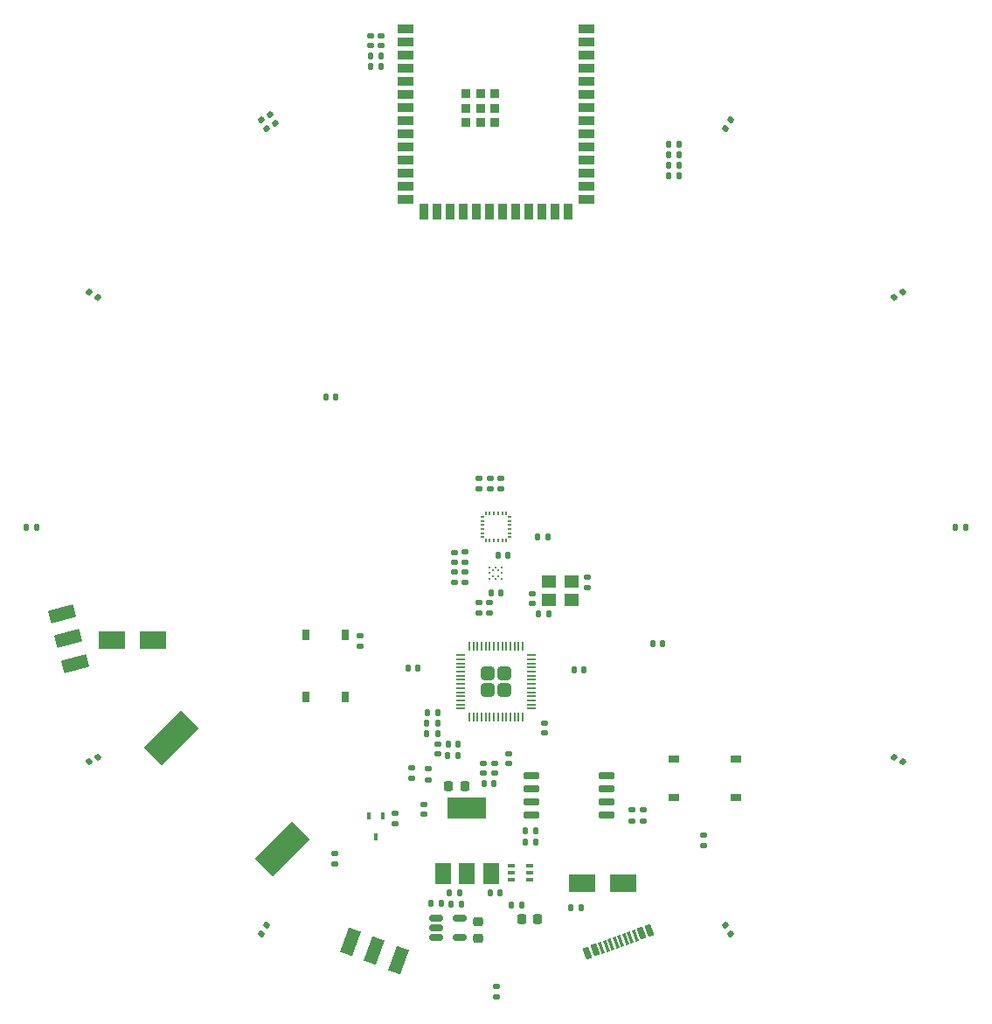
<source format=gbr>
%TF.GenerationSoftware,KiCad,Pcbnew,(6.0.8)*%
%TF.CreationDate,2022-10-27T23:25:15+02:00*%
%TF.ProjectId,Badge,42616467-652e-46b6-9963-61645f706362,rev?*%
%TF.SameCoordinates,Original*%
%TF.FileFunction,Paste,Top*%
%TF.FilePolarity,Positive*%
%FSLAX46Y46*%
G04 Gerber Fmt 4.6, Leading zero omitted, Abs format (unit mm)*
G04 Created by KiCad (PCBNEW (6.0.8)) date 2022-10-27 23:25:15*
%MOMM*%
%LPD*%
G01*
G04 APERTURE LIST*
G04 Aperture macros list*
%AMRoundRect*
0 Rectangle with rounded corners*
0 $1 Rounding radius*
0 $2 $3 $4 $5 $6 $7 $8 $9 X,Y pos of 4 corners*
0 Add a 4 corners polygon primitive as box body*
4,1,4,$2,$3,$4,$5,$6,$7,$8,$9,$2,$3,0*
0 Add four circle primitives for the rounded corners*
1,1,$1+$1,$2,$3*
1,1,$1+$1,$4,$5*
1,1,$1+$1,$6,$7*
1,1,$1+$1,$8,$9*
0 Add four rect primitives between the rounded corners*
20,1,$1+$1,$2,$3,$4,$5,0*
20,1,$1+$1,$4,$5,$6,$7,0*
20,1,$1+$1,$6,$7,$8,$9,0*
20,1,$1+$1,$8,$9,$2,$3,0*%
%AMRotRect*
0 Rectangle, with rotation*
0 The origin of the aperture is its center*
0 $1 length*
0 $2 width*
0 $3 Rotation angle, in degrees counterclockwise*
0 Add horizontal line*
21,1,$1,$2,0,0,$3*%
%AMFreePoly0*
4,1,6,0.175000,0.019000,0.175000,-0.100000,-0.175000,-0.100000,-0.175000,0.100000,0.094000,0.100000,0.175000,0.019000,0.175000,0.019000,$1*%
%AMFreePoly1*
4,1,6,0.175000,-0.019000,0.094000,-0.100000,-0.175000,-0.100000,-0.175000,0.100000,0.175000,0.100000,0.175000,-0.019000,0.175000,-0.019000,$1*%
%AMFreePoly2*
4,1,6,0.100000,-0.175000,-0.100000,-0.175000,-0.100000,0.094000,-0.019000,0.175000,0.100000,0.175000,0.100000,-0.175000,0.100000,-0.175000,$1*%
%AMFreePoly3*
4,1,6,0.100000,0.094000,0.100000,-0.175000,-0.100000,-0.175000,-0.100000,0.175000,0.019000,0.175000,0.100000,0.094000,0.100000,0.094000,$1*%
%AMFreePoly4*
4,1,6,0.175000,-0.100000,-0.094000,-0.100000,-0.175000,-0.019000,-0.175000,0.100000,0.175000,0.100000,0.175000,-0.100000,0.175000,-0.100000,$1*%
%AMFreePoly5*
4,1,6,0.175000,-0.100000,-0.175000,-0.100000,-0.175000,0.019000,-0.094000,0.100000,0.175000,0.100000,0.175000,-0.100000,0.175000,-0.100000,$1*%
%AMFreePoly6*
4,1,6,0.100000,-0.094000,0.019000,-0.175000,-0.100000,-0.175000,-0.100000,0.175000,0.100000,0.175000,0.100000,-0.094000,0.100000,-0.094000,$1*%
%AMFreePoly7*
4,1,6,0.100000,-0.175000,-0.019000,-0.175000,-0.100000,-0.094000,-0.100000,0.175000,0.100000,0.175000,0.100000,-0.175000,0.100000,-0.175000,$1*%
G04 Aperture macros list end*
%ADD10RoundRect,0.140000X-0.140000X-0.170000X0.140000X-0.170000X0.140000X0.170000X-0.140000X0.170000X0*%
%ADD11RotRect,0.600000X1.160000X20.000000*%
%ADD12RotRect,0.300000X1.160000X200.000000*%
%ADD13RoundRect,0.218750X0.218750X0.256250X-0.218750X0.256250X-0.218750X-0.256250X0.218750X-0.256250X0*%
%ADD14RoundRect,0.135000X0.135000X0.185000X-0.135000X0.185000X-0.135000X-0.185000X0.135000X-0.185000X0*%
%ADD15RoundRect,0.135000X0.185000X-0.135000X0.185000X0.135000X-0.185000X0.135000X-0.185000X-0.135000X0*%
%ADD16RoundRect,0.140000X0.206244X0.077224X-0.036244X0.217224X-0.206244X-0.077224X0.036244X-0.217224X0*%
%ADD17RoundRect,0.140000X-0.170000X0.140000X-0.170000X-0.140000X0.170000X-0.140000X0.170000X0.140000X0*%
%ADD18RoundRect,0.140000X0.140000X0.170000X-0.140000X0.170000X-0.140000X-0.170000X0.140000X-0.170000X0*%
%ADD19RoundRect,0.140000X-0.217224X0.036244X-0.077224X-0.206244X0.217224X-0.036244X0.077224X0.206244X0*%
%ADD20RoundRect,0.249999X0.395001X0.395001X-0.395001X0.395001X-0.395001X-0.395001X0.395001X-0.395001X0*%
%ADD21RoundRect,0.050000X0.387500X0.050000X-0.387500X0.050000X-0.387500X-0.050000X0.387500X-0.050000X0*%
%ADD22RoundRect,0.050000X0.050000X0.387500X-0.050000X0.387500X-0.050000X-0.387500X0.050000X-0.387500X0*%
%ADD23FreePoly0,0.000000*%
%ADD24R,0.350000X0.200000*%
%ADD25FreePoly1,0.000000*%
%ADD26FreePoly2,0.000000*%
%ADD27R,0.200000X0.350000*%
%ADD28FreePoly3,0.000000*%
%ADD29FreePoly4,0.000000*%
%ADD30FreePoly5,0.000000*%
%ADD31FreePoly6,0.000000*%
%ADD32FreePoly7,0.000000*%
%ADD33RoundRect,0.135000X-0.185000X0.135000X-0.185000X-0.135000X0.185000X-0.135000X0.185000X0.135000X0*%
%ADD34RoundRect,0.135000X-0.135000X-0.185000X0.135000X-0.185000X0.135000X0.185000X-0.135000X0.185000X0*%
%ADD35RotRect,2.500000X5.100000X315.000000*%
%ADD36C,0.212500*%
%ADD37RoundRect,0.140000X-0.036244X-0.217224X0.206244X-0.077224X0.036244X0.217224X-0.206244X0.077224X0*%
%ADD38RoundRect,0.140000X-0.206244X-0.077224X0.036244X-0.217224X0.206244X0.077224X-0.036244X0.217224X0*%
%ADD39R,0.750000X1.000000*%
%ADD40RoundRect,0.140000X0.036244X0.217224X-0.206244X0.077224X-0.036244X-0.217224X0.206244X-0.077224X0*%
%ADD41RoundRect,0.140000X0.170000X-0.140000X0.170000X0.140000X-0.170000X0.140000X-0.170000X-0.140000X0*%
%ADD42R,1.400000X1.200000*%
%ADD43R,1.500000X0.900000*%
%ADD44R,0.900000X1.500000*%
%ADD45R,0.900000X0.900000*%
%ADD46R,2.500000X1.800000*%
%ADD47RoundRect,0.150000X-0.512500X-0.150000X0.512500X-0.150000X0.512500X0.150000X-0.512500X0.150000X0*%
%ADD48RoundRect,0.140000X0.077224X-0.206244X0.217224X0.036244X-0.077224X0.206244X-0.217224X-0.036244X0*%
%ADD49RoundRect,0.140000X0.217224X-0.036244X0.077224X0.206244X-0.217224X0.036244X-0.077224X-0.206244X0*%
%ADD50R,1.500000X2.000000*%
%ADD51R,3.800000X2.000000*%
%ADD52R,0.660400X0.406400*%
%ADD53RoundRect,0.140000X-0.077224X0.206244X-0.217224X-0.036244X0.077224X-0.206244X0.217224X0.036244X0*%
%ADD54RoundRect,0.150000X0.650000X0.150000X-0.650000X0.150000X-0.650000X-0.150000X0.650000X-0.150000X0*%
%ADD55RoundRect,0.218750X-0.256250X0.218750X-0.256250X-0.218750X0.256250X-0.218750X0.256250X0.218750X0*%
%ADD56RotRect,1.250000X2.500000X340.000000*%
%ADD57R,1.000000X0.750000*%
%ADD58RotRect,1.250000X2.500000X285.000000*%
%ADD59R,0.450000X0.700000*%
G04 APERTURE END LIST*
D10*
%TO.C,C16*%
X93380000Y-117990000D03*
X94340000Y-117990000D03*
%TD*%
%TO.C,C26*%
X99530000Y-106340000D03*
X100490000Y-106340000D03*
%TD*%
D11*
%TO.C,P1*%
X108854513Y-141223605D03*
X109606267Y-140949989D03*
D12*
X110686914Y-140556666D03*
X111626606Y-140214646D03*
X112096453Y-140043635D03*
X113036145Y-139701615D03*
D11*
X114116792Y-139308292D03*
X114868546Y-139034676D03*
X114868546Y-139034676D03*
X114116792Y-139308292D03*
D12*
X113505992Y-139530605D03*
X112566299Y-139872625D03*
X111156760Y-140385656D03*
X110217067Y-140727676D03*
D11*
X109606267Y-140949989D03*
X108854513Y-141223605D03*
%TD*%
D13*
%TO.C,L1*%
X96977500Y-125120000D03*
X95402500Y-125120000D03*
%TD*%
D10*
%TO.C,C22*%
X100190000Y-102780000D03*
X101150000Y-102780000D03*
%TD*%
D14*
%TO.C,R20*%
X94330000Y-120050000D03*
X93310000Y-120050000D03*
%TD*%
D15*
%TO.C,R17*%
X93410000Y-124460000D03*
X93410000Y-123440000D03*
%TD*%
D16*
%TO.C,C38*%
X139415692Y-122740000D03*
X138584308Y-122260000D03*
%TD*%
D17*
%TO.C,C10*%
X94330000Y-121020000D03*
X94330000Y-121980000D03*
%TD*%
D18*
%TO.C,C39*%
X145480000Y-100000000D03*
X144520000Y-100000000D03*
%TD*%
D19*
%TO.C,C30*%
X78150000Y-60074308D03*
X78630000Y-60905692D03*
%TD*%
D20*
%TO.C,U4*%
X100800000Y-114200000D03*
X99200000Y-115800000D03*
X100800000Y-115800000D03*
X99200000Y-114200000D03*
D21*
X103437500Y-117600000D03*
X103437500Y-117200000D03*
X103437500Y-116800000D03*
X103437500Y-116400000D03*
X103437500Y-116000000D03*
X103437500Y-115600000D03*
X103437500Y-115200000D03*
X103437500Y-114800000D03*
X103437500Y-114400000D03*
X103437500Y-114000000D03*
X103437500Y-113600000D03*
X103437500Y-113200000D03*
X103437500Y-112800000D03*
X103437500Y-112400000D03*
D22*
X102600000Y-111562500D03*
X102200000Y-111562500D03*
X101800000Y-111562500D03*
X101400000Y-111562500D03*
X101000000Y-111562500D03*
X100600000Y-111562500D03*
X100200000Y-111562500D03*
X99800000Y-111562500D03*
X99400000Y-111562500D03*
X99000000Y-111562500D03*
X98600000Y-111562500D03*
X98200000Y-111562500D03*
X97800000Y-111562500D03*
X97400000Y-111562500D03*
D21*
X96562500Y-112400000D03*
X96562500Y-112800000D03*
X96562500Y-113200000D03*
X96562500Y-113600000D03*
X96562500Y-114000000D03*
X96562500Y-114400000D03*
X96562500Y-114800000D03*
X96562500Y-115200000D03*
X96562500Y-115600000D03*
X96562500Y-116000000D03*
X96562500Y-116400000D03*
X96562500Y-116800000D03*
X96562500Y-117200000D03*
X96562500Y-117600000D03*
D22*
X97400000Y-118437500D03*
X97800000Y-118437500D03*
X98200000Y-118437500D03*
X98600000Y-118437500D03*
X99000000Y-118437500D03*
X99400000Y-118437500D03*
X99800000Y-118437500D03*
X100200000Y-118437500D03*
X100600000Y-118437500D03*
X101000000Y-118437500D03*
X101400000Y-118437500D03*
X101800000Y-118437500D03*
X102200000Y-118437500D03*
X102600000Y-118437500D03*
%TD*%
D10*
%TO.C,C33*%
X54520000Y-100000000D03*
X55480000Y-100000000D03*
%TD*%
D23*
%TO.C,U5*%
X98665000Y-99000000D03*
D24*
X98665000Y-99400000D03*
X98665000Y-99800000D03*
X98665000Y-100200000D03*
X98665000Y-100600000D03*
D25*
X98665000Y-101000000D03*
D26*
X99000000Y-101335000D03*
D27*
X99400000Y-101335000D03*
X99800000Y-101335000D03*
X100200000Y-101335000D03*
X100600000Y-101335000D03*
D28*
X101000000Y-101335000D03*
D29*
X101335000Y-101000000D03*
D24*
X101335000Y-100600000D03*
X101335000Y-100200000D03*
X101335000Y-99800000D03*
X101335000Y-99400000D03*
D30*
X101335000Y-99000000D03*
D31*
X101000000Y-98665000D03*
D27*
X100600000Y-98665000D03*
X100200000Y-98665000D03*
X99800000Y-98665000D03*
X99400000Y-98665000D03*
D32*
X99000000Y-98665000D03*
%TD*%
D33*
%TO.C,R15*%
X90230000Y-127710000D03*
X90230000Y-128730000D03*
%TD*%
D34*
%TO.C,R9*%
X116750000Y-63990000D03*
X117770000Y-63990000D03*
%TD*%
%TO.C,R19*%
X93310000Y-119020000D03*
X94330000Y-119020000D03*
%TD*%
D18*
%TO.C,C14*%
X108520000Y-113860000D03*
X107560000Y-113860000D03*
%TD*%
D10*
%TO.C,C42*%
X95500000Y-135410000D03*
X96460000Y-135410000D03*
%TD*%
D35*
%TO.C,BT1*%
X79324012Y-131204012D03*
X68575988Y-120455988D03*
%TD*%
D33*
%TO.C,R24*%
X100450000Y-95280000D03*
X100450000Y-96300000D03*
%TD*%
D36*
%TO.C,U6*%
X99399000Y-103899000D03*
X99965000Y-103899000D03*
X100531000Y-103899000D03*
X99682000Y-104182000D03*
X100248000Y-104182000D03*
X99399000Y-104465000D03*
X100531000Y-104465000D03*
X99682000Y-104748000D03*
X100248000Y-104748000D03*
X99399000Y-105031000D03*
X99965000Y-105031000D03*
X100531000Y-105031000D03*
%TD*%
D13*
%TO.C,LED3*%
X104037500Y-137980000D03*
X102462500Y-137980000D03*
%TD*%
D37*
%TO.C,C34*%
X60584308Y-122740000D03*
X61415692Y-122260000D03*
%TD*%
D38*
%TO.C,C32*%
X60584308Y-77260000D03*
X61415692Y-77740000D03*
%TD*%
D39*
%TO.C,SW2*%
X85365000Y-110480000D03*
X85365000Y-116480000D03*
X81615000Y-116480000D03*
X81615000Y-110480000D03*
%TD*%
D14*
%TO.C,R4*%
X94720000Y-136480000D03*
X93700000Y-136480000D03*
%TD*%
D40*
%TO.C,C40*%
X139415692Y-77260000D03*
X138584308Y-77740000D03*
%TD*%
D18*
%TO.C,C19*%
X84480000Y-87440000D03*
X83520000Y-87440000D03*
%TD*%
D33*
%TO.C,R22*%
X98390000Y-95280000D03*
X98390000Y-96300000D03*
%TD*%
D10*
%TO.C,C2*%
X102850000Y-129410000D03*
X103810000Y-129410000D03*
%TD*%
D41*
%TO.C,C15*%
X104680000Y-119930000D03*
X104680000Y-118970000D03*
%TD*%
%TO.C,C17*%
X98810000Y-123840000D03*
X98810000Y-122880000D03*
%TD*%
D34*
%TO.C,R8*%
X116750000Y-62980000D03*
X117770000Y-62980000D03*
%TD*%
D19*
%TO.C,C31*%
X77260000Y-60584308D03*
X77740000Y-61415692D03*
%TD*%
D41*
%TO.C,C29*%
X88840000Y-53380000D03*
X88840000Y-52420000D03*
%TD*%
D42*
%TO.C,Y1*%
X105090000Y-107020000D03*
X107290000Y-107020000D03*
X107290000Y-105320000D03*
X105090000Y-105320000D03*
%TD*%
D14*
%TO.C,R16*%
X103850000Y-130510000D03*
X102830000Y-130510000D03*
%TD*%
D34*
%TO.C,R14*%
X116740000Y-66020000D03*
X117760000Y-66020000D03*
%TD*%
D43*
%TO.C,U7*%
X91250000Y-51740000D03*
X91250000Y-53010000D03*
X91250000Y-54280000D03*
X91250000Y-55550000D03*
X91250000Y-56820000D03*
X91250000Y-58090000D03*
X91250000Y-59360000D03*
X91250000Y-60630000D03*
X91250000Y-61900000D03*
X91250000Y-63170000D03*
X91250000Y-64440000D03*
X91250000Y-65710000D03*
X91250000Y-66980000D03*
X91250000Y-68250000D03*
D44*
X93015000Y-69500000D03*
X94285000Y-69500000D03*
X95555000Y-69500000D03*
X96825000Y-69500000D03*
X98095000Y-69500000D03*
X99365000Y-69500000D03*
X100635000Y-69500000D03*
X101905000Y-69500000D03*
X103175000Y-69500000D03*
X104445000Y-69500000D03*
X105715000Y-69500000D03*
X106985000Y-69500000D03*
D43*
X108750000Y-68250000D03*
X108750000Y-66980000D03*
X108750000Y-65710000D03*
X108750000Y-64440000D03*
X108750000Y-63170000D03*
X108750000Y-61900000D03*
X108750000Y-60630000D03*
X108750000Y-59360000D03*
X108750000Y-58090000D03*
X108750000Y-56820000D03*
X108750000Y-55550000D03*
X108750000Y-54280000D03*
X108750000Y-53010000D03*
X108750000Y-51740000D03*
D45*
X97100000Y-59460000D03*
X99900000Y-59460000D03*
X99900000Y-60860000D03*
X98500000Y-60860000D03*
X99900000Y-58060000D03*
X98500000Y-59460000D03*
X97100000Y-58060000D03*
X97100000Y-60860000D03*
X98500000Y-58060000D03*
%TD*%
D46*
%TO.C,D16*%
X66770000Y-110920000D03*
X62770000Y-110920000D03*
%TD*%
D47*
%TO.C,U2*%
X94172500Y-137860000D03*
X94172500Y-138810000D03*
X94172500Y-139760000D03*
X96447500Y-139760000D03*
X96447500Y-137860000D03*
%TD*%
D10*
%TO.C,C1*%
X107260000Y-136880000D03*
X108220000Y-136880000D03*
%TD*%
D17*
%TO.C,C13*%
X99370000Y-107350000D03*
X99370000Y-108310000D03*
%TD*%
D34*
%TO.C,R25*%
X87830000Y-54370000D03*
X88850000Y-54370000D03*
%TD*%
D17*
%TO.C,C24*%
X97020000Y-104370000D03*
X97020000Y-105330000D03*
%TD*%
D34*
%TO.C,R11*%
X101450000Y-136630000D03*
X102470000Y-136630000D03*
%TD*%
D18*
%TO.C,C6*%
X99800000Y-124820000D03*
X98840000Y-124820000D03*
%TD*%
D46*
%TO.C,D15*%
X108300000Y-134500000D03*
X112300000Y-134500000D03*
%TD*%
D48*
%TO.C,C35*%
X77260000Y-139415692D03*
X77740000Y-138584308D03*
%TD*%
D41*
%TO.C,C18*%
X99860000Y-123830000D03*
X99860000Y-122870000D03*
%TD*%
D49*
%TO.C,C37*%
X122740000Y-139415692D03*
X122260000Y-138584308D03*
%TD*%
D10*
%TO.C,C12*%
X91490000Y-113690000D03*
X92450000Y-113690000D03*
%TD*%
D41*
%TO.C,C36*%
X100000000Y-145480000D03*
X100000000Y-144520000D03*
%TD*%
%TO.C,C28*%
X87840000Y-53380000D03*
X87840000Y-52420000D03*
%TD*%
D50*
%TO.C,U3*%
X94900000Y-133520000D03*
X97200000Y-133520000D03*
D51*
X97200000Y-127220000D03*
D50*
X99500000Y-133520000D03*
%TD*%
D14*
%TO.C,R5*%
X96690000Y-136490000D03*
X95670000Y-136490000D03*
%TD*%
D18*
%TO.C,C21*%
X105000000Y-101000000D03*
X104040000Y-101000000D03*
%TD*%
D15*
%TO.C,R3*%
X113190000Y-128440000D03*
X113190000Y-127420000D03*
%TD*%
D41*
%TO.C,C8*%
X98340000Y-108310000D03*
X98340000Y-107350000D03*
%TD*%
D10*
%TO.C,C5*%
X99410000Y-135400000D03*
X100370000Y-135400000D03*
%TD*%
D41*
%TO.C,C9*%
X101210000Y-122890000D03*
X101210000Y-121930000D03*
%TD*%
D18*
%TO.C,C7*%
X96300000Y-122150000D03*
X95340000Y-122150000D03*
%TD*%
D52*
%TO.C,Q1*%
X103252650Y-134160400D03*
X103252650Y-133500000D03*
X103252650Y-132839600D03*
X101449250Y-132839600D03*
X101449250Y-133500000D03*
X101449250Y-134160400D03*
%TD*%
D53*
%TO.C,C41*%
X122740000Y-60584308D03*
X122260000Y-61415692D03*
%TD*%
D17*
%TO.C,C23*%
X95990000Y-104380000D03*
X95990000Y-105340000D03*
%TD*%
%TO.C,C4*%
X103520000Y-106460000D03*
X103520000Y-107420000D03*
%TD*%
D33*
%TO.C,R2*%
X86860000Y-110490000D03*
X86860000Y-111510000D03*
%TD*%
%TO.C,R13*%
X120070000Y-129840000D03*
X120070000Y-130860000D03*
%TD*%
D54*
%TO.C,U1*%
X110670000Y-127905000D03*
X110670000Y-126635000D03*
X110670000Y-125365000D03*
X110670000Y-124095000D03*
X103470000Y-124095000D03*
X103470000Y-125365000D03*
X103470000Y-126635000D03*
X103470000Y-127905000D03*
%TD*%
D34*
%TO.C,R12*%
X116740000Y-65000000D03*
X117760000Y-65000000D03*
%TD*%
D55*
%TO.C,LED1*%
X98260000Y-138212500D03*
X98260000Y-139787500D03*
%TD*%
D56*
%TO.C,SW3*%
X85871324Y-140190795D03*
X88220555Y-141045845D03*
X90569787Y-141900896D03*
%TD*%
D15*
%TO.C,R1*%
X114280000Y-128440000D03*
X114280000Y-127420000D03*
%TD*%
%TO.C,R23*%
X97010000Y-103430000D03*
X97010000Y-102410000D03*
%TD*%
D18*
%TO.C,C11*%
X96310000Y-121070000D03*
X95350000Y-121070000D03*
%TD*%
D57*
%TO.C,SW1*%
X117200000Y-122445000D03*
X123200000Y-122445000D03*
X123200000Y-126195000D03*
X117200000Y-126195000D03*
%TD*%
D41*
%TO.C,C43*%
X93040000Y-127830000D03*
X93040000Y-126870000D03*
%TD*%
D17*
%TO.C,C25*%
X95990000Y-102460000D03*
X95990000Y-103420000D03*
%TD*%
D33*
%TO.C,R21*%
X99420000Y-95280000D03*
X99420000Y-96300000D03*
%TD*%
D14*
%TO.C,R7*%
X105090000Y-108430000D03*
X104070000Y-108430000D03*
%TD*%
D18*
%TO.C,C20*%
X116120000Y-111290000D03*
X115160000Y-111290000D03*
%TD*%
D33*
%TO.C,R18*%
X91820000Y-123300000D03*
X91820000Y-124320000D03*
%TD*%
D41*
%TO.C,C3*%
X108870000Y-105860000D03*
X108870000Y-104900000D03*
%TD*%
D58*
%TO.C,SW4*%
X57949248Y-108403433D03*
X58596296Y-110818248D03*
X59243344Y-113233062D03*
%TD*%
D59*
%TO.C,Q2*%
X89000000Y-128000000D03*
X87700000Y-128000000D03*
X88350000Y-130000000D03*
%TD*%
D15*
%TO.C,R10*%
X84400000Y-132660000D03*
X84400000Y-131640000D03*
%TD*%
D10*
%TO.C,C27*%
X87870000Y-55400000D03*
X88830000Y-55400000D03*
%TD*%
M02*

</source>
